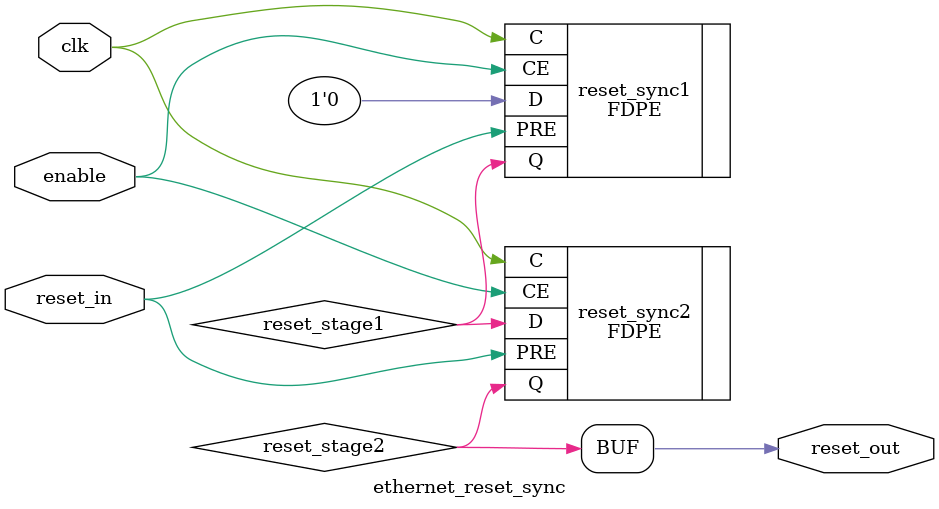
<source format=v>

`timescale 1ps/1ps

module ethernet_reset_sync #(
  parameter INITIALISE = 2'b11
)
(
   input       reset_in,
   input       clk,
   input       enable,
   output      reset_out
);


wire  reset_stage1;
wire  reset_stage2;

  (* ASYNC_REG = "TRUE", RLOC = "X0Y0",  SHREG_EXTRACT = "NO", INIT = "1" *)
  FDPE #(
   .INIT (INITIALISE[0])
  ) reset_sync1 (
  .C  (clk), 
  .CE (enable),
  .PRE(reset_in),
  .D  (1'b0),
  .Q  (reset_stage1) 
  );
  
  (* ASYNC_REG = "TRUE", RLOC = "X0Y0",  SHREG_EXTRACT = "NO", INIT = "1" *)
  FDPE #(
   .INIT (INITIALISE[1])
  ) reset_sync2 (
  .C  (clk), 
  .CE (enable),
  .PRE(reset_in),
  .D  (reset_stage1),
  .Q  (reset_stage2) 
  );


assign reset_out = reset_stage2;



endmodule

</source>
